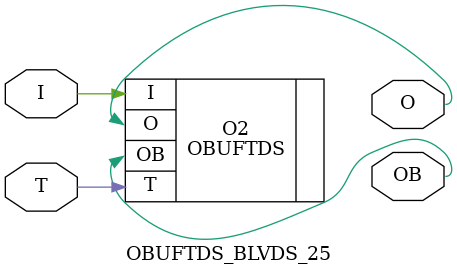
<source format=v>


`timescale  1 ps / 1 ps


module OBUFTDS_BLVDS_25 (O, OB, I, T);

    output O, OB;

    input  I, T;

	OBUFTDS #(.IOSTANDARD("BLVDS_25")) O2 (.O(O), .I(I), .OB(OB), .T(T));


endmodule



</source>
